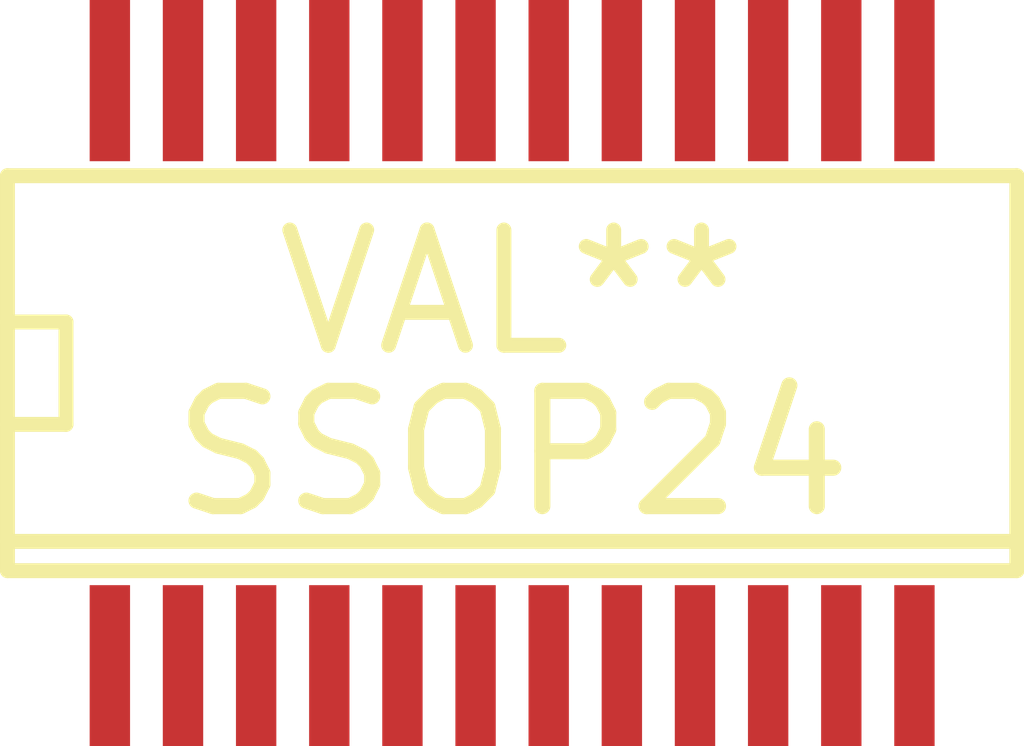
<source format=kicad_pcb>
(kicad_pcb (version 3) (host pcbnew "(2013-jul-07)-stable")

  (general
    (links 1)
    (no_connects 1)
    (area 0 0 0 0)
    (thickness 1.6)
    (drawings 0)
    (tracks 0)
    (zones 0)
    (modules 1)
    (nets 20)
  )

  (page A3)
  (layers
    (15 F.Cu signal)
    (0 B.Cu signal)
    (16 B.Adhes user)
    (17 F.Adhes user)
    (18 B.Paste user)
    (19 F.Paste user)
    (20 B.SilkS user)
    (21 F.SilkS user)
    (22 B.Mask user)
    (23 F.Mask user)
    (24 Dwgs.User user)
    (25 Cmts.User user)
    (26 Eco1.User user)
    (27 Eco2.User user)
    (28 Edge.Cuts user)
  )

  (setup
    (last_trace_width 0.254)
    (trace_clearance 0.254)
    (zone_clearance 0.508)
    (zone_45_only no)
    (trace_min 0.254)
    (segment_width 0.2)
    (edge_width 0.15)
    (via_size 0.889)
    (via_drill 0.635)
    (via_min_size 0.889)
    (via_min_drill 0.508)
    (uvia_size 0.508)
    (uvia_drill 0.127)
    (uvias_allowed no)
    (uvia_min_size 0.508)
    (uvia_min_drill 0.127)
    (pcb_text_width 0.3)
    (pcb_text_size 1.5 1.5)
    (mod_edge_width 0.15)
    (mod_text_size 1.5 1.5)
    (mod_text_width 0.15)
    (pad_size 0.35052 1.39954)
    (pad_drill 0)
    (pad_to_mask_clearance 0.2)
    (aux_axis_origin 0 0)
    (visible_elements FFFFFFBF)
    (pcbplotparams
      (layerselection 3178497)
      (usegerberextensions true)
      (excludeedgelayer true)
      (linewidth 0.100000)
      (plotframeref false)
      (viasonmask false)
      (mode 1)
      (useauxorigin false)
      (hpglpennumber 1)
      (hpglpenspeed 20)
      (hpglpendiameter 15)
      (hpglpenoverlay 2)
      (psnegative false)
      (psa4output false)
      (plotreference true)
      (plotvalue true)
      (plotothertext true)
      (plotinvisibletext false)
      (padsonsilk false)
      (subtractmaskfromsilk false)
      (outputformat 1)
      (mirror false)
      (drillshape 1)
      (scaleselection 1)
      (outputdirectory ""))
  )

  (net 0 "")
  (net 1 /controle/ACP1)
  (net 2 /controle/CHG1)
  (net 3 /controle/FAULT1)
  (net 4 /controle/FLAG1)
  (net 5 /controle/ICH_MONITOR1)
  (net 6 /controle/ICL1)
  (net 7 /controle/LOBAT1)
  (net 8 /controle/SHDN1)
  (net 9 /ventilateur/DCIN)
  (net 10 GND)
  (net 11 N-0000022)
  (net 12 N-0000027)
  (net 13 N-0000028)
  (net 14 N-0000029)
  (net 15 N-0000030)
  (net 16 N-0000031)
  (net 17 N-0000032)
  (net 18 N-0000034)
  (net 19 N-0000036)

  (net_class Default "To jest domyślna klasa połączeń."
    (clearance 0.254)
    (trace_width 0.254)
    (via_dia 0.889)
    (via_drill 0.635)
    (uvia_dia 0.508)
    (uvia_drill 0.127)
    (add_net "")
    (add_net /controle/ACP1)
    (add_net /controle/CHG1)
    (add_net /controle/FAULT1)
    (add_net /controle/FLAG1)
    (add_net /controle/ICH_MONITOR1)
    (add_net /controle/ICL1)
    (add_net /controle/LOBAT1)
    (add_net /controle/SHDN1)
    (add_net /ventilateur/DCIN)
    (add_net GND)
    (add_net N-0000022)
    (add_net N-0000027)
    (add_net N-0000028)
    (add_net N-0000029)
    (add_net N-0000030)
    (add_net N-0000031)
    (add_net N-0000032)
    (add_net N-0000034)
    (add_net N-0000036)
  )

  (module SSOP24 (layer F.Cu) (tedit 50912EE1) (tstamp 57DCF17E)
    (at 208.153 68.834)
    (path /48118D9B)
    (attr smd)
    (fp_text reference SSOP24 (at 0 0.6985) (layer F.SilkS)
      (effects (font (size 1.00076 1.00076) (thickness 0.1397)))
    )
    (fp_text value VAL** (at 0 -0.6985) (layer F.SilkS)
      (effects (font (size 1.00076 1.00076) (thickness 0.12954)))
    )
    (fp_line (start -4.3815 -1.7145) (end 4.3815 -1.7145) (layer F.SilkS) (width 0.12954))
    (fp_line (start -4.3815 -0.4445) (end -3.8735 -0.4445) (layer F.SilkS) (width 0.12954))
    (fp_line (start -4.3815 0.4445) (end -3.8735 0.4445) (layer F.SilkS) (width 0.12954))
    (fp_line (start -3.8735 -0.4445) (end -3.8735 0.4445) (layer F.SilkS) (width 0.12954))
    (fp_line (start -4.3815 1.4605) (end 4.3815 1.4605) (layer F.SilkS) (width 0.12954))
    (fp_line (start 4.3815 1.7145) (end -4.3815 1.7145) (layer F.SilkS) (width 0.12954))
    (fp_line (start 4.3815 -1.7145) (end 4.3815 1.7145) (layer F.SilkS) (width 0.12954))
    (fp_line (start -4.3815 1.7145) (end -4.3815 -1.7145) (layer F.SilkS) (width 0.12954))
    (pad 1 smd rect (at -3.4925 2.54) (size 0.35052 1.39954)
      (layers F.Cu F.Paste F.Mask)
      (net 9 /ventilateur/DCIN)
    )
    (pad 2 smd rect (at -2.8575 2.54) (size 0.35052 1.39954)
      (layers F.Cu F.Paste F.Mask)
      (net 2 /controle/CHG1)
    )
    (pad 3 smd rect (at -2.2225 2.54) (size 0.35052 1.39954)
      (layers F.Cu F.Paste F.Mask)
      (net 1 /controle/ACP1)
    )
    (pad 4 smd rect (at -1.5875 2.54) (size 0.35052 1.39954)
      (layers F.Cu F.Paste F.Mask)
      (net 12 N-0000027)
    )
    (pad 5 smd rect (at -0.9525 2.54) (size 0.35052 1.39954)
      (layers F.Cu F.Paste F.Mask)
      (net 3 /controle/FAULT1)
    )
    (pad 6 smd rect (at -0.3175 2.54) (size 0.35052 1.39954)
      (layers F.Cu F.Paste F.Mask)
      (net 10 GND)
    )
    (pad 7 smd rect (at 0.3175 2.54) (size 0.35052 1.39954)
      (layers F.Cu F.Paste F.Mask)
    )
    (pad 8 smd rect (at 0.9525 2.54) (size 0.35052 1.39954)
      (layers F.Cu F.Paste F.Mask)
      (net 7 /controle/LOBAT1)
    )
    (pad 9 smd rect (at 1.5875 2.54) (size 0.35052 1.39954)
      (layers F.Cu F.Paste F.Mask)
      (net 13 N-0000028)
    )
    (pad 10 smd rect (at 2.2225 2.54) (size 0.35052 1.39954)
      (layers F.Cu F.Paste F.Mask)
      (net 19 N-0000036)
    )
    (pad 11 smd rect (at 2.8575 2.54) (size 0.35052 1.39954)
      (layers F.Cu F.Paste F.Mask)
      (net 5 /controle/ICH_MONITOR1)
    )
    (pad 12 smd rect (at 3.4925 2.54) (size 0.35052 1.39954)
      (layers F.Cu F.Paste F.Mask)
    )
    (pad 13 smd rect (at 3.4925 -2.54) (size 0.35052 1.39954)
      (layers F.Cu F.Paste F.Mask)
      (net 6 /controle/ICL1)
    )
    (pad 14 smd rect (at 2.8575 -2.54) (size 0.35052 1.39954)
      (layers F.Cu F.Paste F.Mask)
      (net 17 N-0000032)
    )
    (pad 15 smd rect (at 2.2225 -2.54) (size 0.35052 1.39954)
      (layers F.Cu F.Paste F.Mask)
      (net 18 N-0000034)
    )
    (pad 16 smd rect (at 1.5875 -2.54) (size 0.35052 1.39954)
      (layers F.Cu F.Paste F.Mask)
    )
    (pad 17 smd rect (at 0.9525 -2.54) (size 0.35052 1.39954)
      (layers F.Cu F.Paste F.Mask)
      (net 4 /controle/FLAG1)
    )
    (pad 18 smd rect (at 0.3175 -2.54) (size 0.35052 1.39954)
      (layers F.Cu F.Paste F.Mask)
      (net 11 N-0000022)
    )
    (pad 19 smd rect (at -0.3175 -2.54) (size 0.35052 1.39954)
      (layers F.Cu F.Paste F.Mask)
    )
    (pad 20 smd rect (at -0.9525 -2.54) (size 0.35052 1.39954)
      (layers F.Cu F.Paste F.Mask)
      (net 14 N-0000029)
    )
    (pad 21 smd rect (at -1.5875 -2.54) (size 0.35052 1.39954)
      (layers F.Cu F.Paste F.Mask)
      (net 10 GND)
    )
    (pad 22 smd rect (at -2.2225 -2.54) (size 0.35052 1.39954)
      (layers F.Cu F.Paste F.Mask)
      (net 15 N-0000030)
    )
    (pad 23 smd rect (at -2.8575 -2.54) (size 0.35052 1.39954)
      (layers F.Cu F.Paste F.Mask)
      (net 16 N-0000031)
    )
    (pad 24 smd rect (at -3.4925 -2.54) (size 0.35052 1.39954)
      (layers F.Cu F.Paste F.Mask)
      (net 8 /controle/SHDN1)
    )
    (model smd/smd_dil/tssop-24.wrl
      (at (xyz 0 0 0))
      (scale (xyz 1 1 1))
      (rotate (xyz 0 0 0))
    )
  )

)

</source>
